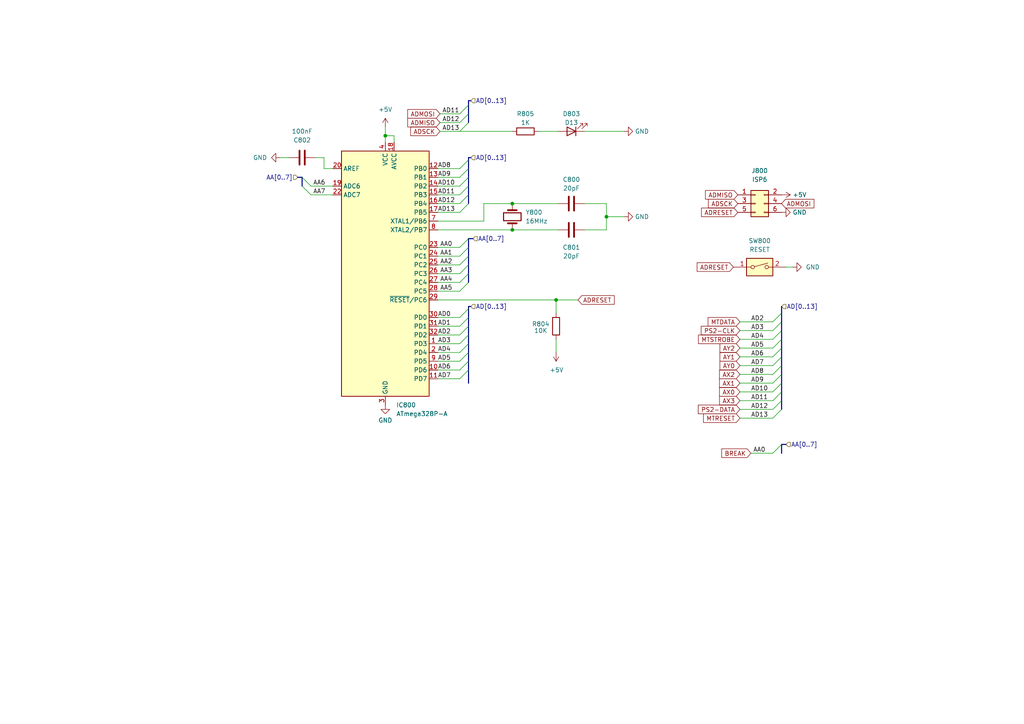
<source format=kicad_sch>
(kicad_sch (version 20211123) (generator eeschema)
  (paper "A4")
  (lib_symbols
    (symbol "Connector_Generic:Conn_02x03_Odd_Even" (pin_names (offset 1.016) hide)
      (property "Reference" "J" (at 1.27 5.08 0))
      (property "Value" "Conn_02x03_Odd_Even" (at 1.27 -5.08 0))
      (symbol "Conn_02x03_Odd_Even_1_1"
        (rectangle (start -1.27 -2.413) (end 0 -2.667) (stroke (width 0.1524)))
        (rectangle (start -1.27 0.127) (end 0 -0.127) (stroke (width 0.1524)))
        (rectangle (start -1.27 2.667) (end 0 2.413) (stroke (width 0.1524)))
        (rectangle (start -1.27 3.81) (end 3.81 -3.81) (stroke (width 0.254)) (fill (type background)))
        (rectangle (start 3.81 -2.413) (end 2.54 -2.667) (stroke (width 0.1524)))
        (rectangle (start 3.81 0.127) (end 2.54 -0.127) (stroke (width 0.1524)))
        (rectangle (start 3.81 2.667) (end 2.54 2.413) (stroke (width 0.1524)))
        (pin passive line (at -5.08 2.54 0) (length 3.81) (name "Pin_1") (number "1"))
        (pin passive line (at 7.62 2.54 180) (length 3.81) (name "Pin_2") (number "2"))
        (pin passive line (at -5.08 0 0) (length 3.81) (name "Pin_3") (number "3"))
        (pin passive line (at 7.62 0 180) (length 3.81) (name "Pin_4") (number "4"))
        (pin passive line (at -5.08 -2.54 0) (length 3.81) (name "Pin_5") (number "5"))
        (pin passive line (at 7.62 -2.54 180) (length 3.81) (name "Pin_6") (number "6"))
      )
    )
    (symbol "Device:C" (pin_numbers hide) (pin_names (offset 0.254))
      (property "Reference" "C" (at 0.635 2.54 0))
      (property "Value" "C" (at 0.635 -2.54 0))
      (symbol "C_0_1"
        (polyline (pts (xy -2.032 -0.762) (xy 2.032 -0.762)) (stroke (width 0.508)))
        (polyline (pts (xy -2.032 0.762) (xy 2.032 0.762)) (stroke (width 0.508)))
      )
      (symbol "C_1_1"
        (pin passive line (at 0 3.81 270) (length 2.794) (name "~") (number "1"))
        (pin passive line (at 0 -3.81 90) (length 2.794) (name "~") (number "2"))
      )
    )
    (symbol "Device:Crystal" (pin_numbers hide) (pin_names (offset 1.016) hide)
      (property "Reference" "Y" (at 0 3.81 0))
      (property "Value" "Crystal" (at 0 -3.81 0))
      (symbol "Crystal_0_1"
        (rectangle (start -1.143 2.54) (end 1.143 -2.54) (stroke (width 0.3048)))
        (polyline (pts (xy -2.54 0) (xy -1.905 0)))
        (polyline (pts (xy -1.905 -1.27) (xy -1.905 1.27)) (stroke (width 0.508)))
        (polyline (pts (xy 1.905 -1.27) (xy 1.905 1.27)) (stroke (width 0.508)))
        (polyline (pts (xy 2.54 0) (xy 1.905 0)))
      )
      (symbol "Crystal_1_1"
        (pin passive line (at -3.81 0 0) (length 1.27) (name "1") (number "1"))
        (pin passive line (at 3.81 0 180) (length 1.27) (name "2") (number "2"))
      )
    )
    (symbol "Device:LED" (pin_numbers hide) (pin_names (offset 1.016) hide)
      (property "Reference" "D" (at 0 2.54 0))
      (property "Value" "LED" (at 0 -2.54 0))
      (symbol "LED_0_1"
        (polyline (pts (xy -1.27 -1.27) (xy -1.27 1.27)) (stroke (width 0.254)))
        (polyline (pts (xy -1.27 0) (xy 1.27 0)))
        (polyline (pts (xy 1.27 -1.27) (xy 1.27 1.27) (xy -1.27 0) (xy 1.27 -1.27)) (stroke (width 0.254)))
        (polyline (pts (xy -3.048 -0.762) (xy -4.572 -2.286) (xy -3.81 -2.286) (xy -4.572 -2.286) (xy -4.572 -1.524)))
        (polyline (pts (xy -1.778 -0.762) (xy -3.302 -2.286) (xy -2.54 -2.286) (xy -3.302 -2.286) (xy -3.302 -1.524)))
      )
      (symbol "LED_1_1"
        (pin passive line (at -3.81 0 0) (length 2.54) (name "K") (number "1"))
        (pin passive line (at 3.81 0 180) (length 2.54) (name "A") (number "2"))
      )
    )
    (symbol "Device:R" (pin_numbers hide) (pin_names (offset 0))
      (property "Reference" "R" (at 2.032 0 90))
      (property "Value" "R" (at 0 0 90))
      (symbol "R_0_1"
        (rectangle (start -1.016 -2.54) (end 1.016 2.54) (stroke (width 0.254)))
      )
      (symbol "R_1_1"
        (pin passive line (at 0 3.81 270) (length 1.27) (name "~") (number "1"))
        (pin passive line (at 0 -3.81 90) (length 1.27) (name "~") (number "2"))
      )
    )
    (symbol "MCU_Microchip_ATmega:ATmega328P-A"
      (property "Reference" "U" (at -12.7 36.83 0))
      (property "Value" "ATmega328P-A" (at 2.54 -36.83 0))
      (symbol "ATmega328P-A_0_1"
        (rectangle (start -12.7 -35.56) (end 12.7 35.56) (stroke (width 0.254)) (fill (type background)))
      )
      (symbol "ATmega328P-A_1_1"
        (pin bidirectional line (at 15.24 -20.32 180) (length 2.54) (name "PD3") (number "1"))
        (pin bidirectional line (at 15.24 -27.94 180) (length 2.54) (name "PD6") (number "10"))
        (pin bidirectional line (at 15.24 -30.48 180) (length 2.54) (name "PD7") (number "11"))
        (pin bidirectional line (at 15.24 30.48 180) (length 2.54) (name "PB0") (number "12"))
        (pin bidirectional line (at 15.24 27.94 180) (length 2.54) (name "PB1") (number "13"))
        (pin bidirectional line (at 15.24 25.4 180) (length 2.54) (name "PB2") (number "14"))
        (pin bidirectional line (at 15.24 22.86 180) (length 2.54) (name "PB3") (number "15"))
        (pin bidirectional line (at 15.24 20.32 180) (length 2.54) (name "PB4") (number "16"))
        (pin bidirectional line (at 15.24 17.78 180) (length 2.54) (name "PB5") (number "17"))
        (pin power_in line (at 2.54 38.1 270) (length 2.54) (name "AVCC") (number "18"))
        (pin input line (at -15.24 25.4 0) (length 2.54) (name "ADC6") (number "19"))
        (pin bidirectional line (at 15.24 -22.86 180) (length 2.54) (name "PD4") (number "2"))
        (pin passive line (at -15.24 30.48 0) (length 2.54) (name "AREF") (number "20"))
        (pin passive line (at 0 -38.1 90) (length 2.54) hide (name "GND") (number "21"))
        (pin input line (at -15.24 22.86 0) (length 2.54) (name "ADC7") (number "22"))
        (pin bidirectional line (at 15.24 7.62 180) (length 2.54) (name "PC0") (number "23"))
        (pin bidirectional line (at 15.24 5.08 180) (length 2.54) (name "PC1") (number "24"))
        (pin bidirectional line (at 15.24 2.54 180) (length 2.54) (name "PC2") (number "25"))
        (pin bidirectional line (at 15.24 0 180) (length 2.54) (name "PC3") (number "26"))
        (pin bidirectional line (at 15.24 -2.54 180) (length 2.54) (name "PC4") (number "27"))
        (pin bidirectional line (at 15.24 -5.08 180) (length 2.54) (name "PC5") (number "28"))
        (pin bidirectional line (at 15.24 -7.62 180) (length 2.54) (name "~{RESET}/PC6") (number "29"))
        (pin power_in line (at 0 -38.1 90) (length 2.54) (name "GND") (number "3"))
        (pin bidirectional line (at 15.24 -12.7 180) (length 2.54) (name "PD0") (number "30"))
        (pin bidirectional line (at 15.24 -15.24 180) (length 2.54) (name "PD1") (number "31"))
        (pin bidirectional line (at 15.24 -17.78 180) (length 2.54) (name "PD2") (number "32"))
        (pin power_in line (at 0 38.1 270) (length 2.54) (name "VCC") (number "4"))
        (pin passive line (at 0 -38.1 90) (length 2.54) hide (name "GND") (number "5"))
        (pin passive line (at 0 38.1 270) (length 2.54) hide (name "VCC") (number "6"))
        (pin bidirectional line (at 15.24 15.24 180) (length 2.54) (name "XTAL1/PB6") (number "7"))
        (pin bidirectional line (at 15.24 12.7 180) (length 2.54) (name "XTAL2/PB7") (number "8"))
        (pin bidirectional line (at 15.24 -25.4 180) (length 2.54) (name "PD5") (number "9"))
      )
    )
    (symbol "Switch:SW_DIP_x01" (pin_names (offset 0) hide)
      (property "Reference" "SW" (at 0 3.81 0))
      (property "Value" "SW_DIP_x01" (at 0 -3.81 0))
      (symbol "SW_DIP_x01_0_0"
        (circle (center -2.032 0) (radius 0.508))
        (polyline (pts (xy -1.524 0.127) (xy 2.3622 1.1684)))
        (circle (center 2.032 0) (radius 0.508))
      )
      (symbol "SW_DIP_x01_0_1"
        (rectangle (start -3.81 2.54) (end 3.81 -2.54) (stroke (width 0.254)) (fill (type background)))
      )
      (symbol "SW_DIP_x01_1_1"
        (pin passive line (at -7.62 0 0) (length 5.08) (name "~") (number "1"))
        (pin passive line (at 7.62 0 180) (length 5.08) (name "~") (number "2"))
      )
    )
    (symbol "power:+5V" (power) (pin_names (offset 0))
      (property "Value" "+5V" (at 0 3.556 0))
      (symbol "+5V_0_1"
        (polyline (pts (xy -0.762 1.27) (xy 0 2.54)))
        (polyline (pts (xy 0 0) (xy 0 2.54)))
        (polyline (pts (xy 0 2.54) (xy 0.762 1.27)))
      )
      (symbol "+5V_1_1"
        (pin power_in line (at 0 0 90) (length 0) hide (name "+5V") (number "1"))
      )
    )
    (symbol "power:GND" (power) (pin_names (offset 0))
      (property "Value" "GND" (at 0 -3.81 0))
      (symbol "GND_0_1"
        (polyline (pts (xy 0 0) (xy 0 -1.27) (xy 1.27 -1.27) (xy 0 -2.54) (xy -1.27 -1.27) (xy 0 -1.27)))
      )
      (symbol "GND_1_1"
        (pin power_in line (at 0 0 270) (length 0) hide (name "GND") (number "1"))
      )
    )
  )
  (junction (at 148.59 66.675))
  (junction (at 111.76 39.37))
  (junction (at 175.895 62.865))
  (junction (at 161.29 86.995))
  (junction (at 148.59 59.055))
  (bus_entry (at 133.35 33.02) (size 2.54 -2.54))
  (bus_entry (at 224.155 93.345) (size 2.54 -2.54))
  (bus_entry (at 224.155 116.205) (size 2.54 -2.54))
  (bus_entry (at 224.155 95.885) (size 2.54 -2.54))
  (bus_entry (at 133.35 53.975) (size 2.54 -2.54))
  (bus_entry (at 133.35 84.455) (size 2.54 -2.54))
  (bus_entry (at 90.17 56.515) (size -2.54 -2.54))
  (bus_entry (at 133.35 107.315) (size 2.54 -2.54))
  (bus_entry (at 133.35 79.375) (size 2.54 -2.54))
  (bus_entry (at 133.35 61.595) (size 2.54 -2.54))
  (bus_entry (at 224.155 131.445) (size 2.54 -2.54))
  (bus_entry (at 133.35 74.295) (size 2.54 -2.54))
  (bus_entry (at 224.155 118.745) (size 2.54 -2.54))
  (bus_entry (at 224.155 108.585) (size 2.54 -2.54))
  (bus_entry (at 224.155 103.505) (size 2.54 -2.54))
  (bus_entry (at 133.35 102.235) (size 2.54 -2.54))
  (bus_entry (at 224.155 113.665) (size 2.54 -2.54))
  (bus_entry (at 133.35 35.56) (size 2.54 -2.54))
  (bus_entry (at 133.35 38.1) (size 2.54 -2.54))
  (bus_entry (at 133.35 81.915) (size 2.54 -2.54))
  (bus_entry (at 133.35 97.155) (size 2.54 -2.54))
  (bus_entry (at 133.35 76.835) (size 2.54 -2.54))
  (bus_entry (at 224.155 106.045) (size 2.54 -2.54))
  (bus_entry (at 133.35 109.855) (size 2.54 -2.54))
  (bus_entry (at 133.35 59.055) (size 2.54 -2.54))
  (bus_entry (at 224.155 111.125) (size 2.54 -2.54))
  (bus_entry (at 133.35 99.695) (size 2.54 -2.54))
  (bus_entry (at 133.35 51.435) (size 2.54 -2.54))
  (bus_entry (at 133.35 71.755) (size 2.54 -2.54))
  (bus_entry (at 224.155 100.965) (size 2.54 -2.54))
  (bus_entry (at 224.155 98.425) (size 2.54 -2.54))
  (bus_entry (at 133.35 104.775) (size 2.54 -2.54))
  (bus_entry (at 224.155 121.285) (size 2.54 -2.54))
  (bus_entry (at 133.35 48.895) (size 2.54 -2.54))
  (bus_entry (at 90.17 53.975) (size -2.54 -2.54))
  (bus_entry (at 133.35 56.515) (size 2.54 -2.54))
  (bus_entry (at 133.35 94.615) (size 2.54 -2.54))
  (bus_entry (at 133.35 92.075) (size 2.54 -2.54))
  (wire (pts (xy 111.76 39.37) (xy 111.76 36.83)))
  (bus (pts (xy 135.89 46.355) (xy 135.89 48.895)))
  (bus (pts (xy 226.695 113.665) (xy 226.695 116.205)))
  (bus (pts (xy 135.89 48.895) (xy 135.89 51.435)))
  (wire (pts (xy 127.635 38.1) (xy 133.35 38.1)))
  (bus (pts (xy 137.16 69.215) (xy 135.89 69.215)))
  (bus (pts (xy 135.89 102.235) (xy 135.89 104.775)))
  (wire (pts (xy 127 104.775) (xy 133.35 104.775)))
  (wire (pts (xy 127 99.695) (xy 133.35 99.695)))
  (wire (pts (xy 214.63 116.205) (xy 224.155 116.205)))
  (wire (pts (xy 96.52 56.515) (xy 90.17 56.515)))
  (wire (pts (xy 214.63 118.745) (xy 224.155 118.745)))
  (bus (pts (xy 226.695 93.345) (xy 226.695 95.885)))
  (bus (pts (xy 226.695 106.045) (xy 226.695 108.585)))
  (wire (pts (xy 214.63 113.665) (xy 224.155 113.665)))
  (wire (pts (xy 214.63 103.505) (xy 224.155 103.505)))
  (wire (pts (xy 127 66.675) (xy 148.59 66.675)))
  (wire (pts (xy 127 51.435) (xy 133.35 51.435)))
  (wire (pts (xy 127 48.895) (xy 133.35 48.895)))
  (bus (pts (xy 136.525 29.21) (xy 135.89 29.21)))
  (bus (pts (xy 226.695 116.205) (xy 226.695 118.745)))
  (wire (pts (xy 127 53.975) (xy 133.35 53.975)))
  (bus (pts (xy 87.63 51.435) (xy 87.63 53.975)))
  (wire (pts (xy 169.545 66.675) (xy 175.895 66.675)))
  (wire (pts (xy 127 71.755) (xy 133.35 71.755)))
  (bus (pts (xy 226.695 90.805) (xy 226.695 93.345)))
  (wire (pts (xy 175.895 62.865) (xy 180.975 62.865)))
  (wire (pts (xy 214.63 95.885) (xy 224.155 95.885)))
  (wire (pts (xy 214.63 98.425) (xy 224.155 98.425)))
  (wire (pts (xy 214.63 111.125) (xy 224.155 111.125)))
  (wire (pts (xy 148.59 59.055) (xy 161.925 59.055)))
  (wire (pts (xy 91.44 45.72) (xy 93.98 45.72)))
  (bus (pts (xy 135.89 45.72) (xy 135.89 46.355)))
  (wire (pts (xy 127 56.515) (xy 133.35 56.515)))
  (wire (pts (xy 140.335 64.135) (xy 140.335 59.055)))
  (wire (pts (xy 229.87 77.47) (xy 227.965 77.47)))
  (bus (pts (xy 226.695 95.885) (xy 226.695 98.425)))
  (wire (pts (xy 114.3 39.37) (xy 111.76 39.37)))
  (wire (pts (xy 161.925 38.1) (xy 156.21 38.1)))
  (wire (pts (xy 161.29 86.995) (xy 167.64 86.995)))
  (wire (pts (xy 214.63 93.345) (xy 224.155 93.345)))
  (bus (pts (xy 135.89 89.535) (xy 135.89 92.075)))
  (bus (pts (xy 135.89 74.295) (xy 135.89 76.835)))
  (bus (pts (xy 135.89 29.21) (xy 135.89 30.48)))
  (wire (pts (xy 169.545 38.1) (xy 180.975 38.1)))
  (bus (pts (xy 136.525 45.72) (xy 135.89 45.72)))
  (bus (pts (xy 135.89 51.435) (xy 135.89 53.975)))
  (wire (pts (xy 127 61.595) (xy 133.35 61.595)))
  (wire (pts (xy 127 107.315) (xy 133.35 107.315)))
  (bus (pts (xy 135.89 71.755) (xy 135.89 74.295)))
  (bus (pts (xy 86.36 51.435) (xy 87.63 51.435)))
  (wire (pts (xy 127.635 35.56) (xy 133.35 35.56)))
  (wire (pts (xy 127 79.375) (xy 133.35 79.375)))
  (bus (pts (xy 226.695 98.425) (xy 226.695 100.965)))
  (wire (pts (xy 114.3 41.275) (xy 114.3 39.37)))
  (wire (pts (xy 161.29 98.425) (xy 161.29 102.235)))
  (wire (pts (xy 127 84.455) (xy 133.35 84.455)))
  (bus (pts (xy 226.695 88.9) (xy 226.695 90.805)))
  (wire (pts (xy 175.895 59.055) (xy 175.895 62.865)))
  (bus (pts (xy 135.89 79.375) (xy 135.89 81.915)))
  (bus (pts (xy 226.695 128.905) (xy 226.695 131.445)))
  (wire (pts (xy 217.805 131.445) (xy 224.155 131.445)))
  (wire (pts (xy 127.635 33.02) (xy 133.35 33.02)))
  (bus (pts (xy 135.89 30.48) (xy 135.89 33.02)))
  (wire (pts (xy 96.52 53.975) (xy 90.17 53.975)))
  (wire (pts (xy 127 109.855) (xy 133.35 109.855)))
  (wire (pts (xy 214.63 108.585) (xy 224.155 108.585)))
  (bus (pts (xy 226.695 103.505) (xy 226.695 106.045)))
  (bus (pts (xy 135.89 94.615) (xy 135.89 97.155)))
  (bus (pts (xy 135.89 104.775) (xy 135.89 107.315)))
  (wire (pts (xy 169.545 59.055) (xy 175.895 59.055)))
  (bus (pts (xy 135.89 97.155) (xy 135.89 99.695)))
  (bus (pts (xy 135.89 107.315) (xy 135.89 111.125)))
  (wire (pts (xy 175.895 66.675) (xy 175.895 62.865)))
  (bus (pts (xy 135.89 69.215) (xy 135.89 71.755)))
  (wire (pts (xy 127 97.155) (xy 133.35 97.155)))
  (bus (pts (xy 226.695 111.125) (xy 226.695 113.665)))
  (bus (pts (xy 135.89 92.075) (xy 135.89 94.615)))
  (wire (pts (xy 127 76.835) (xy 133.35 76.835)))
  (wire (pts (xy 127 64.135) (xy 140.335 64.135)))
  (wire (pts (xy 140.335 59.055) (xy 148.59 59.055)))
  (wire (pts (xy 127 86.995) (xy 161.29 86.995)))
  (bus (pts (xy 226.695 100.965) (xy 226.695 103.505)))
  (bus (pts (xy 135.89 56.515) (xy 135.89 59.055)))
  (bus (pts (xy 135.89 33.02) (xy 135.89 35.56)))
  (wire (pts (xy 93.98 48.895) (xy 96.52 48.895)))
  (wire (pts (xy 127 102.235) (xy 133.35 102.235)))
  (wire (pts (xy 81.28 45.72) (xy 83.82 45.72)))
  (bus (pts (xy 226.695 128.905) (xy 227.965 128.905)))
  (wire (pts (xy 214.63 121.285) (xy 224.155 121.285)))
  (bus (pts (xy 135.89 99.695) (xy 135.89 102.235)))
  (wire (pts (xy 127 94.615) (xy 133.35 94.615)))
  (wire (pts (xy 161.29 86.995) (xy 161.29 90.805)))
  (wire (pts (xy 127 81.915) (xy 133.35 81.915)))
  (wire (pts (xy 111.76 39.37) (xy 111.76 41.275)))
  (wire (pts (xy 127 59.055) (xy 133.35 59.055)))
  (wire (pts (xy 93.98 45.72) (xy 93.98 48.895)))
  (wire (pts (xy 127 92.075) (xy 133.35 92.075)))
  (wire (pts (xy 214.63 106.045) (xy 224.155 106.045)))
  (wire (pts (xy 148.59 66.675) (xy 161.925 66.675)))
  (wire (pts (xy 133.35 38.1) (xy 148.59 38.1)))
  (wire (pts (xy 214.63 100.965) (xy 224.155 100.965)))
  (bus (pts (xy 135.89 88.9) (xy 135.89 89.535)))
  (bus (pts (xy 135.89 53.975) (xy 135.89 56.515)))
  (wire (pts (xy 127 74.295) (xy 133.35 74.295)))
  (bus (pts (xy 226.695 108.585) (xy 226.695 111.125)))
  (bus (pts (xy 136.525 88.9) (xy 135.89 88.9)))
  (bus (pts (xy 135.89 76.835) (xy 135.89 79.375)))
  (label "AD13" (at 217.805 121.285 0))
  (label "AD13" (at 127 61.595 0))
  (label "AD9" (at 217.805 111.125 0))
  (label "AD9" (at 127 51.435 0))
  (label "AA0" (at 127.635 71.755 0))
  (label "AD2" (at 127 97.155 0))
  (label "AD3" (at 217.805 95.885 0))
  (label "AD10" (at 217.805 113.665 0))
  (label "AD12" (at 217.805 118.745 0))
  (label "AD5" (at 217.805 100.965 0))
  (label "AA1" (at 127.635 74.295 0))
  (label "AD11" (at 128.27 33.02 0))
  (label "AD7" (at 217.805 106.045 0))
  (label "AD6" (at 127 107.315 0))
  (label "AD10" (at 127 53.975 0))
  (label "AA2" (at 127.635 76.835 0))
  (label "AD0" (at 127 92.075 0))
  (label "AA4" (at 127.635 81.915 0))
  (label "AD11" (at 217.805 116.205 0))
  (label "AA5" (at 127.635 84.455 0))
  (label "AD12" (at 128.27 35.56 0))
  (label "AA6" (at 90.805 53.975 0))
  (label "AD4" (at 127 102.235 0))
  (label "AD2" (at 217.805 93.345 0))
  (label "AD4" (at 217.805 98.425 0))
  (label "AD1" (at 127 94.615 0))
  (label "AD8" (at 127 48.895 0))
  (label "AA7" (at 90.805 56.515 0))
  (label "AD11" (at 127 56.515 0))
  (label "AA0" (at 218.44 131.445 0))
  (label "AD13" (at 128.27 38.1 0))
  (label "AD7" (at 127 109.855 0))
  (label "AD12" (at 127 59.055 0))
  (label "AD5" (at 127 104.775 0))
  (label "AA3" (at 127.635 79.375 0))
  (label "AD6" (at 217.805 103.505 0))
  (label "AD8" (at 217.805 108.585 0))
  (label "AD3" (at 127 99.695 0))
  (global_label "ADMISO" (shape input) (at 127.635 35.56 180) (property "Intersheet References" "${INTERSHEET_REFS}" (effects hide)))
  (global_label "ADRESET" (shape input) (at 212.725 77.47 180) (property "Intersheet References" "${INTERSHEET_REFS}" (effects hide)))
  (global_label "ADRESET" (shape input) (at 167.64 86.995 0) (property "Intersheet References" "${INTERSHEET_REFS}" (effects hide)))
  (global_label "BREAK" (shape input) (at 217.805 131.445 180) (property "Intersheet References" "${INTERSHEET_REFS}" (effects hide)))
  (global_label "ADSCK" (shape input) (at 213.995 59.055 180) (property "Intersheet References" "${INTERSHEET_REFS}" (effects hide)))
  (global_label "ADSCK" (shape input) (at 127.635 38.1 180) (property "Intersheet References" "${INTERSHEET_REFS}" (effects hide)))
  (global_label "ADRESET" (shape input) (at 213.995 61.595 180) (property "Intersheet References" "${INTERSHEET_REFS}" (effects hide)))
  (global_label "AX3" (shape input) (at 214.63 116.205 180) (property "Intersheet References" "${INTERSHEET_REFS}" (effects hide)))
  (global_label "AX2" (shape input) (at 214.63 108.585 180) (property "Intersheet References" "${INTERSHEET_REFS}" (effects hide)))
  (global_label "MTRESET" (shape input) (at 214.63 121.285 180) (property "Intersheet References" "${INTERSHEET_REFS}" (effects hide)))
  (global_label "AY0" (shape input) (at 214.63 106.045 180) (property "Intersheet References" "${INTERSHEET_REFS}" (effects hide)))
  (global_label "AY2" (shape input) (at 214.63 100.965 180) (property "Intersheet References" "${INTERSHEET_REFS}" (effects hide)))
  (global_label "AY1" (shape input) (at 214.63 103.505 180) (property "Intersheet References" "${INTERSHEET_REFS}" (effects hide)))
  (global_label "ADMOSI" (shape input) (at 127.635 33.02 180) (property "Intersheet References" "${INTERSHEET_REFS}" (effects hide)))
  (global_label "PS2-DATA" (shape input) (at 214.63 118.745 180) (property "Intersheet References" "${INTERSHEET_REFS}" (effects hide)))
  (global_label "ADMISO" (shape input) (at 213.995 56.515 180) (property "Intersheet References" "${INTERSHEET_REFS}" (effects hide)))
  (global_label "AX0" (shape input) (at 214.63 113.665 180) (property "Intersheet References" "${INTERSHEET_REFS}" (effects hide)))
  (global_label "MTDATA" (shape input) (at 214.63 93.345 180) (property "Intersheet References" "${INTERSHEET_REFS}" (effects hide)))
  (global_label "ADMOSI" (shape input) (at 226.695 59.055 0) (property "Intersheet References" "${INTERSHEET_REFS}" (effects hide)))
  (global_label "AX1" (shape input) (at 214.63 111.125 180) (property "Intersheet References" "${INTERSHEET_REFS}" (effects hide)))
  (global_label "PS2-CLK" (shape input) (at 214.63 95.885 180) (property "Intersheet References" "${INTERSHEET_REFS}" (effects hide)))
  (global_label "MTSTROBE" (shape input) (at 214.63 98.425 180) (property "Intersheet References" "${INTERSHEET_REFS}" (effects hide)))
  (hierarchical_label "AD[0..13]" (shape input) (at 136.525 29.21 0))
  (hierarchical_label "AD[0..13]" (shape input) (at 136.525 88.9 0))
  (hierarchical_label "AA[0..7]" (shape input) (at 227.965 128.905 0))
  (hierarchical_label "AA[0..7]" (shape input) (at 137.16 69.215 0))
  (hierarchical_label "AD[0..13]" (shape input) (at 136.525 45.72 0))
  (hierarchical_label "AD[0..13]" (shape input) (at 226.695 88.9 0))
  (hierarchical_label "AA[0..7]" (shape input) (at 86.36 51.435 180))
  (symbol (lib_id "Device:Crystal") (at 148.59 62.865 270) (unit 1)
    (property "Reference" "Y800" (at 152.4 61.5949 90) (effects (justify left)))
    (property "Value" "16MHz" (at 152.4 64.1349 90) (effects (justify left)))
    (property "Footprint" "Crystal:Crystal_HC49-U_Vertical" (effects hide))
  )
  (symbol (lib_id "Device:LED") (at 165.735 38.1 180) (unit 1)
    (property "Reference" "D803" (at 165.735 33.02 0))
    (property "Value" "D13" (at 165.735 35.56 0))
    (property "Footprint" "LED_THT:LED_D3.0mm" (effects hide))
  )
  (symbol (lib_id "power:GND") (at 111.76 117.475 0) (unit 1)
    (property "Reference" "#PWR0109" (effects hide))
    (property "Value" "GND" (at 111.76 121.92 0))
  )
  (symbol (lib_id "Device:R") (at 152.4 38.1 270) (unit 1)
    (property "Reference" "R805" (at 152.4 33.02 90))
    (property "Value" "1K" (at 152.4 35.56 90))
    (property "Footprint" "Resistor_THT:R_Axial_DIN0204_L3.6mm_D1.6mm_P7.62mm_Horizontal" (effects hide))
  )
  (symbol (lib_id "Connector_Generic:Conn_02x03_Odd_Even") (at 219.075 59.055 0) (unit 1)
    (property "Reference" "J800" (at 220.345 49.53 0))
    (property "Value" "ISP6" (at 220.345 52.07 0))
    (property "Footprint" "Connector_PinHeader_2.54mm:PinHeader_2x03_P2.54mm_Vertical" (effects hide))
  )
  (symbol (lib_id "power:+5V") (at 111.76 36.83 0) (unit 1)
    (property "Reference" "#PWR0107" (effects hide))
    (property "Value" "+5V" (at 111.76 31.75 0))
  )
  (symbol (lib_id "power:GND") (at 180.975 62.865 90) (unit 1)
    (property "Reference" "#PWR0104" (effects hide))
    (property "Value" "GND" (at 184.15 62.8649 90) (effects (justify right)))
  )
  (symbol (lib_id "power:GND") (at 229.87 77.47 90) (unit 1)
    (property "Reference" "#PWR0102" (effects hide))
    (property "Value" "GND" (at 233.68 77.4699 90) (effects (justify right)))
  )
  (symbol (lib_id "Device:C") (at 165.735 66.675 90) (unit 1)
    (property "Reference" "C801" (at 165.735 71.755 90))
    (property "Value" "20pF" (at 165.735 74.295 90))
    (property "Footprint" "Capacitor_THT:C_Disc_D4.3mm_W1.9mm_P5.00mm" (effects hide))
  )
  (symbol (lib_id "Device:R") (at 161.29 94.615 0) (mirror x) (unit 1)
    (property "Reference" "R804" (at 156.845 93.98 0))
    (property "Value" "10K" (at 156.845 95.885 0))
    (property "Footprint" "Resistor_THT:R_Axial_DIN0204_L3.6mm_D1.6mm_P7.62mm_Horizontal" (effects hide))
  )
  (symbol (lib_id "power:GND") (at 81.28 45.72 270) (unit 1)
    (property "Reference" "#PWR0108" (effects hide))
    (property "Value" "GND" (at 77.47 45.7199 90) (effects (justify right)))
  )
  (symbol (lib_id "power:+5V") (at 161.29 102.235 180) (unit 1)
    (property "Reference" "#PWR0106" (effects hide))
    (property "Value" "+5V" (at 159.385 107.315 0) (effects (justify right)))
  )
  (symbol (lib_id "MCU_Microchip_ATmega:ATmega328P-A") (at 111.76 79.375 0) (unit 1)
    (property "Reference" "IC800" (at 114.935 117.475 0) (effects (justify left)))
    (property "Value" "ATmega328P-A" (at 114.935 120.015 0) (effects (justify left)))
    (property "Footprint" "Package_QFP:TQFP-32_7x7mm_P0.8mm" (effects hide))
    (property "Datasheet" "http://ww1.microchip.com/downloads/en/DeviceDoc/ATmega328_P%20AVR%20MCU%20with%20picoPower%20Technology%20Data%20Sheet%2040001984A.pdf" (effects hide))
  )
  (symbol (lib_id "power:GND") (at 226.695 61.595 90) (unit 1)
    (property "Reference" "#PWR0103" (effects hide))
    (property "Value" "GND" (at 229.87 61.5949 90) (effects (justify right)))
  )
  (symbol (lib_id "power:GND") (at 180.975 38.1 90) (unit 1)
    (property "Reference" "#PWR0105" (effects hide))
    (property "Value" "GND" (at 184.15 38.0999 90) (effects (justify right)))
  )
  (symbol (lib_id "Switch:SW_DIP_x01") (at 220.345 77.47 0) (unit 1)
    (property "Reference" "SW800" (at 220.345 69.85 0))
    (property "Value" "RESET" (at 220.345 72.39 0))
    (property "Footprint" "Button_Switch_THT:SW_PUSH_6mm" (effects hide))
  )
  (symbol (lib_id "Device:C") (at 165.735 59.055 90) (unit 1)
    (property "Reference" "C800" (at 165.735 52.07 90))
    (property "Value" "20pF" (at 165.735 54.61 90))
    (property "Footprint" "Capacitor_THT:C_Disc_D4.3mm_W1.9mm_P5.00mm" (effects hide))
  )
  (symbol (lib_id "Device:C") (at 87.63 45.72 270) (unit 1)
    (property "Reference" "C802" (at 87.63 40.64 90))
    (property "Value" "100nF" (at 87.63 38.1 90))
    (property "Footprint" "Capacitor_THT:C_Disc_D4.3mm_W1.9mm_P5.00mm" (effects hide))
  )
  (symbol (lib_id "power:+5V") (at 226.695 56.515 270) (unit 1)
    (property "Reference" "#PWR0101" (effects hide))
    (property "Value" "+5V" (at 229.87 56.5149 90) (effects (justify left)))
  )
)
</source>
